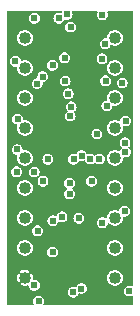
<source format=gbr>
%TF.GenerationSoftware,KiCad,Pcbnew,7.0.7*%
%TF.CreationDate,2024-02-15T01:29:39-05:00*%
%TF.ProjectId,3374_VCO,33333734-5f56-4434-9f2e-6b696361645f,0*%
%TF.SameCoordinates,PX640ad70PY37b6b20*%
%TF.FileFunction,Copper,L2,Inr*%
%TF.FilePolarity,Positive*%
%FSLAX46Y46*%
G04 Gerber Fmt 4.6, Leading zero omitted, Abs format (unit mm)*
G04 Created by KiCad (PCBNEW 7.0.7) date 2024-02-15 01:29:39*
%MOMM*%
%LPD*%
G01*
G04 APERTURE LIST*
%TA.AperFunction,ComponentPad*%
%ADD10C,1.016000*%
%TD*%
%TA.AperFunction,FiducialPad,Local*%
%ADD11C,1.016000*%
%TD*%
%TA.AperFunction,ViaPad*%
%ADD12C,0.604800*%
%TD*%
G04 APERTURE END LIST*
D10*
%TO.N,-5V*%
%TO.C,J2*%
X1778000Y22860000D03*
%TO.N,SAWTOOTH_A*%
X1778000Y20320000D03*
%TO.N,SYNC_A*%
X1778000Y17780000D03*
%TO.N,VTH_A*%
X1778000Y15240000D03*
%TO.N,TRIANGLE_A*%
X1778000Y12700000D03*
%TO.N,CF_A*%
X1778000Y10160000D03*
D11*
%TO.N,CV_A*%
X1778000Y7620000D03*
D10*
%TO.N,IREF_A*%
X1778000Y5080000D03*
%TO.N,GND*%
X1778000Y2540000D03*
%TD*%
%TO.N,+12V*%
%TO.C,J1*%
X9398000Y22860000D03*
%TO.N,SAWTOOTH_B*%
X9398000Y20320000D03*
%TO.N,unconnected-(J1-Pin_3-Pad3)*%
X9398000Y17780000D03*
%TO.N,VTH_B*%
X9398000Y15240000D03*
%TO.N,TRIANGLE_B*%
X9398000Y12700000D03*
%TO.N,CF_B*%
X9398000Y10160000D03*
%TO.N,CV_B*%
X9398000Y7620000D03*
%TO.N,IREF_B*%
X9398000Y5080000D03*
%TO.N,VTC*%
X9398000Y2540000D03*
%TD*%
D12*
%TO.N,+12V*%
X5613194Y16237387D03*
X1115200Y13411200D03*
X3311560Y10714202D03*
X4923700Y7719600D03*
X10248474Y13990074D03*
X7422723Y10724877D03*
%TO.N,GND*%
X10293200Y14745876D03*
X1115200Y14484600D03*
X3350430Y7399600D03*
X1748720Y18796123D03*
X4218000Y1409600D03*
X10273443Y23837043D03*
X10304347Y16803287D03*
X10007600Y584200D03*
X10187998Y11939600D03*
X886600Y24260702D03*
X6353796Y24844996D03*
X965212Y22301200D03*
X10151962Y3137969D03*
X5882492Y15429600D03*
X4411340Y14927961D03*
X5423146Y22968932D03*
X10157600Y6208800D03*
X1161523Y17041094D03*
X5977733Y21830233D03*
X7328000Y1399600D03*
X10010000Y21540000D03*
%TO.N,-5V*%
X8572351Y22365703D03*
X4148778Y7388902D03*
X4118500Y4730298D03*
X5440793Y18143626D03*
%TO.N,+5V*%
X10298000Y15827404D03*
X8304228Y21094527D03*
X2585572Y24513400D03*
X5359400Y24841200D03*
X1161500Y15989353D03*
X10617200Y1422400D03*
%TO.N,Net-(Q10A-E1)*%
X8078000Y12599600D03*
%TO.N,SAWTOOTH_A*%
X2815796Y18996800D03*
%TO.N,SYNC_A*%
X2849008Y6521558D03*
%TO.N,TRIANGLE_A*%
X5183317Y19203823D03*
X965200Y20878800D03*
%TO.N,Net-(Q15A-C1)*%
X2933698Y584200D03*
X5894747Y12594755D03*
X2565400Y11506200D03*
%TO.N,TRIANGLE_B*%
X10007600Y19047600D03*
X4114800Y20534400D03*
%TO.N,Net-(C9-Pad2)*%
X6589631Y12895574D03*
X1070300Y11526249D03*
%TO.N,Net-(Q14A-C1)*%
X6558355Y1641714D03*
X10210800Y8178800D03*
%TO.N,Net-(C18-Pad2)*%
X10278000Y13189596D03*
%TO.N,Net-(Q14A-E1)*%
X8331200Y7224800D03*
%TO.N,Net-(Q15B-C2)*%
X5858743Y1328857D03*
%TO.N,Net-(Q15A-E1)*%
X2585629Y1904836D03*
%TO.N,Net-(R4-Pad1)*%
X5136000Y21170070D03*
%TO.N,Net-(U6D--)*%
X8607941Y19224066D03*
%TO.N,Net-(D1A-K)*%
X7873994Y14713000D03*
X5560200Y10553897D03*
X7311075Y12604986D03*
%TO.N,Net-(R5-Pad2)*%
X4657904Y24516258D03*
%TO.N,Net-(U6D-+)*%
X8716784Y17092322D03*
%TO.N,Net-(D1B-K)*%
X5567992Y9669600D03*
X5691644Y17041638D03*
X6350000Y7580400D03*
%TO.N,Net-(D1A-A)*%
X3710061Y12594200D03*
%TO.N,Net-(U5B--)*%
X3288391Y19587923D03*
%TO.N,Net-(U6C-+)*%
X8338335Y24835281D03*
%TO.N,Net-(U5A--)*%
X5638798Y23774400D03*
%TD*%
%TA.AperFunction,Conductor*%
%TO.N,GND*%
G36*
X4929391Y25128407D02*
G01*
X4955111Y25083858D01*
X4949457Y25039563D01*
X4922409Y24980334D01*
X4886325Y24943674D01*
X4835118Y24938784D01*
X4832819Y24939420D01*
X4723368Y24971558D01*
X4723366Y24971558D01*
X4592442Y24971558D01*
X4592439Y24971558D01*
X4466820Y24934673D01*
X4356683Y24863892D01*
X4270944Y24764946D01*
X4270941Y24764941D01*
X4216556Y24645856D01*
X4216556Y24645854D01*
X4216555Y24645852D01*
X4216555Y24645850D01*
X4208035Y24586594D01*
X4197922Y24516258D01*
X4216555Y24386666D01*
X4216556Y24386661D01*
X4270941Y24267576D01*
X4270944Y24267571D01*
X4273419Y24264715D01*
X4356680Y24168627D01*
X4356682Y24168626D01*
X4356683Y24168625D01*
X4466820Y24097844D01*
X4556186Y24071604D01*
X4592442Y24060958D01*
X4592445Y24060958D01*
X4723363Y24060958D01*
X4723366Y24060958D01*
X4848987Y24097844D01*
X4959128Y24168627D01*
X5044865Y24267573D01*
X5094896Y24377127D01*
X5130978Y24413785D01*
X5182185Y24418675D01*
X5184445Y24418051D01*
X5293938Y24385900D01*
X5293941Y24385900D01*
X5424859Y24385900D01*
X5424862Y24385900D01*
X5550483Y24422786D01*
X5660624Y24493569D01*
X5746361Y24592515D01*
X5800749Y24711608D01*
X5819382Y24841200D01*
X5800749Y24970792D01*
X5800747Y24970797D01*
X5800747Y24970798D01*
X5769344Y25039561D01*
X5765267Y25090839D01*
X5795105Y25132740D01*
X5837748Y25146000D01*
X7862690Y25146000D01*
X7911028Y25128407D01*
X7936748Y25083858D01*
X7931094Y25039561D01*
X7896987Y24964879D01*
X7896987Y24964877D01*
X7896986Y24964875D01*
X7896986Y24964873D01*
X7878353Y24835281D01*
X7896986Y24705689D01*
X7896986Y24705688D01*
X7896987Y24705686D01*
X7896987Y24705684D01*
X7951372Y24586599D01*
X7951375Y24586594D01*
X7982798Y24550330D01*
X8037111Y24487650D01*
X8037113Y24487649D01*
X8037114Y24487648D01*
X8147251Y24416867D01*
X8236617Y24390627D01*
X8272873Y24379981D01*
X8272876Y24379981D01*
X8403794Y24379981D01*
X8403797Y24379981D01*
X8529418Y24416867D01*
X8639559Y24487650D01*
X8725296Y24586596D01*
X8779684Y24705689D01*
X8798317Y24835281D01*
X8779684Y24964873D01*
X8779682Y24964878D01*
X8779682Y24964879D01*
X8745576Y25039561D01*
X8741499Y25090839D01*
X8771337Y25132740D01*
X8813980Y25146000D01*
X10846800Y25146000D01*
X10895138Y25128407D01*
X10920858Y25083858D01*
X10922000Y25070800D01*
X10922000Y1905452D01*
X10904407Y1857114D01*
X10859858Y1831394D01*
X10813615Y1839549D01*
X10813174Y1838581D01*
X10809446Y1840284D01*
X10809200Y1840327D01*
X10808748Y1840603D01*
X10808285Y1840814D01*
X10682664Y1877700D01*
X10682662Y1877700D01*
X10551738Y1877700D01*
X10551735Y1877700D01*
X10426116Y1840815D01*
X10315979Y1770034D01*
X10230240Y1671088D01*
X10230237Y1671083D01*
X10175852Y1551998D01*
X10175852Y1551996D01*
X10175851Y1551994D01*
X10175851Y1551992D01*
X10157218Y1422400D01*
X10175851Y1292808D01*
X10175851Y1292807D01*
X10175852Y1292805D01*
X10175852Y1292803D01*
X10230237Y1173718D01*
X10230240Y1173713D01*
X10261663Y1137449D01*
X10315976Y1074769D01*
X10315978Y1074768D01*
X10315979Y1074767D01*
X10426116Y1003986D01*
X10515482Y977746D01*
X10551738Y967100D01*
X10551741Y967100D01*
X10682659Y967100D01*
X10682662Y967100D01*
X10808283Y1003986D01*
X10808283Y1003987D01*
X10813174Y1006219D01*
X10814010Y1004387D01*
X10856314Y1013945D01*
X10902037Y990377D01*
X10921915Y942933D01*
X10922000Y939349D01*
X10922000Y329200D01*
X10904407Y280862D01*
X10859858Y255142D01*
X10846800Y254000D01*
X3400446Y254000D01*
X3352108Y271593D01*
X3326388Y316142D01*
X3332042Y360439D01*
X3375045Y454603D01*
X3375045Y454604D01*
X3375047Y454608D01*
X3393680Y584200D01*
X3375047Y713792D01*
X3375045Y713797D01*
X3375045Y713798D01*
X3320660Y832883D01*
X3320657Y832888D01*
X3294956Y862548D01*
X3234922Y931831D01*
X3234918Y931834D01*
X3124781Y1002615D01*
X2999162Y1039500D01*
X2999160Y1039500D01*
X2868236Y1039500D01*
X2868233Y1039500D01*
X2742614Y1002615D01*
X2632477Y931834D01*
X2546738Y832888D01*
X2546735Y832883D01*
X2492350Y713798D01*
X2492350Y713796D01*
X2492349Y713794D01*
X2492349Y713792D01*
X2473716Y584200D01*
X2492349Y454608D01*
X2492349Y454607D01*
X2492350Y454605D01*
X2492350Y454603D01*
X2535354Y360439D01*
X2539431Y309161D01*
X2509593Y267260D01*
X2466950Y254000D01*
X329200Y254000D01*
X280862Y271593D01*
X255142Y316142D01*
X254000Y329200D01*
X254000Y1328857D01*
X5398761Y1328857D01*
X5417394Y1199265D01*
X5417394Y1199264D01*
X5417395Y1199262D01*
X5417395Y1199260D01*
X5471780Y1080175D01*
X5471783Y1080170D01*
X5476465Y1074767D01*
X5557519Y981226D01*
X5557521Y981225D01*
X5557522Y981224D01*
X5667659Y910443D01*
X5757025Y884203D01*
X5793281Y873557D01*
X5793284Y873557D01*
X5924202Y873557D01*
X5924205Y873557D01*
X6049826Y910443D01*
X6159967Y981226D01*
X6245704Y1080172D01*
X6290645Y1178580D01*
X6326728Y1215240D01*
X6377935Y1220130D01*
X6380200Y1219504D01*
X6492893Y1186414D01*
X6492896Y1186414D01*
X6623814Y1186414D01*
X6623817Y1186414D01*
X6749438Y1223300D01*
X6859579Y1294083D01*
X6945316Y1393029D01*
X6999704Y1512122D01*
X7018337Y1641714D01*
X6999704Y1771306D01*
X6999702Y1771311D01*
X6999702Y1771312D01*
X6945317Y1890397D01*
X6945314Y1890402D01*
X6918767Y1921038D01*
X6859579Y1989345D01*
X6859575Y1989348D01*
X6749438Y2060129D01*
X6623819Y2097014D01*
X6623817Y2097014D01*
X6492893Y2097014D01*
X6492890Y2097014D01*
X6367271Y2060129D01*
X6257134Y1989348D01*
X6257131Y1989346D01*
X6257131Y1989345D01*
X6254414Y1986209D01*
X6171395Y1890402D01*
X6171392Y1890397D01*
X6126453Y1791993D01*
X6090370Y1755332D01*
X6039163Y1750442D01*
X6036863Y1751078D01*
X5924207Y1784157D01*
X5924205Y1784157D01*
X5793281Y1784157D01*
X5793278Y1784157D01*
X5667659Y1747272D01*
X5557522Y1676491D01*
X5557519Y1676489D01*
X5557519Y1676488D01*
X5552836Y1671083D01*
X5471783Y1577545D01*
X5471780Y1577540D01*
X5417395Y1458455D01*
X5417395Y1458453D01*
X5417394Y1458451D01*
X5417394Y1458449D01*
X5398761Y1328857D01*
X254000Y1328857D01*
X254000Y2540000D01*
X1105094Y2540000D01*
X1124647Y2378961D01*
X1182169Y2227288D01*
X1182174Y2227280D01*
X1240033Y2143456D01*
X1430081Y2333504D01*
X1476702Y2355244D01*
X1526389Y2341930D01*
X1540858Y2328672D01*
X1570767Y2293029D01*
X1570768Y2293029D01*
X1572867Y2290527D01*
X1590460Y2242189D01*
X1572866Y2193851D01*
X1568434Y2189015D01*
X1379776Y2000358D01*
X1379777Y2000357D01*
X1395743Y1986212D01*
X1395747Y1986209D01*
X1539381Y1910824D01*
X1539382Y1910823D01*
X1696893Y1872000D01*
X1859107Y1872000D01*
X2016618Y1910824D01*
X2022959Y1914151D01*
X2073936Y1921038D01*
X2117413Y1893546D01*
X2132342Y1858270D01*
X2135034Y1839549D01*
X2144280Y1775241D01*
X2144281Y1775239D01*
X2198666Y1656154D01*
X2198669Y1656149D01*
X2230092Y1619886D01*
X2284405Y1557205D01*
X2284407Y1557204D01*
X2284408Y1557203D01*
X2394545Y1486422D01*
X2483911Y1460182D01*
X2520167Y1449536D01*
X2520170Y1449536D01*
X2651088Y1449536D01*
X2651091Y1449536D01*
X2776712Y1486422D01*
X2886853Y1557205D01*
X2972590Y1656151D01*
X3015942Y1751078D01*
X3026976Y1775239D01*
X3026976Y1775240D01*
X3026978Y1775244D01*
X3045611Y1904836D01*
X3026978Y2034428D01*
X3026976Y2034433D01*
X3026976Y2034434D01*
X2972591Y2153519D01*
X2972588Y2153524D01*
X2912819Y2222500D01*
X2886853Y2252467D01*
X2886849Y2252470D01*
X2776712Y2323251D01*
X2651093Y2360136D01*
X2651091Y2360136D01*
X2520167Y2360136D01*
X2514789Y2360136D01*
X2514789Y2362823D01*
X2474219Y2371357D01*
X2442464Y2411825D01*
X2439282Y2444279D01*
X2450905Y2540000D01*
X8732246Y2540000D01*
X8751592Y2380675D01*
X8751592Y2380673D01*
X8751593Y2380672D01*
X8808502Y2230612D01*
X8808507Y2230604D01*
X8899672Y2098528D01*
X8899674Y2098526D01*
X8899676Y2098523D01*
X8899679Y2098521D01*
X8899684Y2098515D01*
X9019805Y1992098D01*
X9019807Y1992097D01*
X9019809Y1992095D01*
X9161920Y1917509D01*
X9317752Y1879100D01*
X9317754Y1879100D01*
X9478246Y1879100D01*
X9478248Y1879100D01*
X9634080Y1917509D01*
X9776191Y1992095D01*
X9896324Y2098523D01*
X9987496Y2230609D01*
X10044408Y2380675D01*
X10063754Y2540000D01*
X10044408Y2699325D01*
X9987496Y2849391D01*
X9987492Y2849397D01*
X9896327Y2981473D01*
X9896326Y2981475D01*
X9896324Y2981477D01*
X9896320Y2981481D01*
X9896315Y2981486D01*
X9776194Y3087903D01*
X9776188Y3087907D01*
X9634083Y3162490D01*
X9634081Y3162491D01*
X9582135Y3175294D01*
X9478248Y3200900D01*
X9317752Y3200900D01*
X9239836Y3181696D01*
X9161918Y3162491D01*
X9161916Y3162490D01*
X9019811Y3087907D01*
X9019805Y3087903D01*
X8899684Y2981486D01*
X8899672Y2981473D01*
X8808507Y2849397D01*
X8808502Y2849389D01*
X8751593Y2699329D01*
X8751592Y2699327D01*
X8751592Y2699325D01*
X8732246Y2540000D01*
X2450905Y2540000D01*
X2450905Y2540001D01*
X2431352Y2701040D01*
X2373830Y2852711D01*
X2373828Y2852716D01*
X2315964Y2936546D01*
X2125916Y2746497D01*
X2079296Y2724758D01*
X2029609Y2738072D01*
X2015140Y2751329D01*
X1985233Y2786971D01*
X1985231Y2786973D01*
X1983131Y2789475D01*
X1965538Y2837813D01*
X1983132Y2886151D01*
X1987564Y2890988D01*
X2176221Y3079645D01*
X2160256Y3093789D01*
X2160252Y3093792D01*
X2016618Y3169177D01*
X2016617Y3169178D01*
X1859107Y3208000D01*
X1696893Y3208000D01*
X1539382Y3169178D01*
X1539381Y3169177D01*
X1395744Y3093791D01*
X1379777Y3079645D01*
X1379777Y3079643D01*
X1568434Y2890986D01*
X1590174Y2844366D01*
X1576860Y2794679D01*
X1572867Y2789474D01*
X1540863Y2751333D01*
X1496314Y2725613D01*
X1445656Y2734546D01*
X1430081Y2746497D01*
X1240033Y2936545D01*
X1182172Y2852719D01*
X1182171Y2852717D01*
X1124647Y2701040D01*
X1105094Y2540000D01*
X254000Y2540000D01*
X254000Y5080000D01*
X1112246Y5080000D01*
X1131592Y4920675D01*
X1131592Y4920673D01*
X1131593Y4920672D01*
X1188502Y4770612D01*
X1188507Y4770604D01*
X1279672Y4638528D01*
X1279674Y4638526D01*
X1279676Y4638523D01*
X1279679Y4638521D01*
X1279684Y4638515D01*
X1399805Y4532098D01*
X1399807Y4532097D01*
X1399809Y4532095D01*
X1541920Y4457509D01*
X1697752Y4419100D01*
X1697754Y4419100D01*
X1858246Y4419100D01*
X1858248Y4419100D01*
X2014080Y4457509D01*
X2156191Y4532095D01*
X2276324Y4638523D01*
X2339671Y4730298D01*
X3658518Y4730298D01*
X3677151Y4600706D01*
X3677151Y4600705D01*
X3677152Y4600703D01*
X3677152Y4600701D01*
X3731537Y4481616D01*
X3731540Y4481611D01*
X3752423Y4457511D01*
X3817276Y4382667D01*
X3817278Y4382666D01*
X3817279Y4382665D01*
X3927416Y4311884D01*
X4016782Y4285644D01*
X4053038Y4274998D01*
X4053041Y4274998D01*
X4183959Y4274998D01*
X4183962Y4274998D01*
X4309583Y4311884D01*
X4419724Y4382667D01*
X4505461Y4481613D01*
X4559849Y4600706D01*
X4578482Y4730298D01*
X4559849Y4859890D01*
X4559847Y4859895D01*
X4559847Y4859896D01*
X4505462Y4978981D01*
X4505459Y4978986D01*
X4479758Y5008646D01*
X4419724Y5077929D01*
X4419720Y5077932D01*
X4416502Y5080000D01*
X8732246Y5080000D01*
X8751592Y4920675D01*
X8751592Y4920673D01*
X8751593Y4920672D01*
X8808502Y4770612D01*
X8808507Y4770604D01*
X8899672Y4638528D01*
X8899674Y4638526D01*
X8899676Y4638523D01*
X8899679Y4638521D01*
X8899684Y4638515D01*
X9019805Y4532098D01*
X9019807Y4532097D01*
X9019809Y4532095D01*
X9161920Y4457509D01*
X9317752Y4419100D01*
X9317754Y4419100D01*
X9478246Y4419100D01*
X9478248Y4419100D01*
X9634080Y4457509D01*
X9776191Y4532095D01*
X9896324Y4638523D01*
X9987496Y4770609D01*
X10044408Y4920675D01*
X10063754Y5080000D01*
X10044408Y5239325D01*
X9987496Y5389391D01*
X9896324Y5521477D01*
X9896320Y5521481D01*
X9896315Y5521486D01*
X9776194Y5627903D01*
X9776188Y5627907D01*
X9634083Y5702490D01*
X9634081Y5702491D01*
X9582135Y5715294D01*
X9478248Y5740900D01*
X9317752Y5740900D01*
X9239836Y5721696D01*
X9161918Y5702491D01*
X9161916Y5702490D01*
X9019811Y5627907D01*
X9019805Y5627903D01*
X8899684Y5521486D01*
X8899672Y5521473D01*
X8808507Y5389397D01*
X8808502Y5389389D01*
X8751593Y5239329D01*
X8751592Y5239327D01*
X8751592Y5239325D01*
X8732246Y5080000D01*
X4416502Y5080000D01*
X4309583Y5148713D01*
X4183964Y5185598D01*
X4183962Y5185598D01*
X4053038Y5185598D01*
X4053035Y5185598D01*
X3927416Y5148713D01*
X3817279Y5077932D01*
X3731540Y4978986D01*
X3731537Y4978981D01*
X3677152Y4859896D01*
X3677152Y4859894D01*
X3677151Y4859892D01*
X3677151Y4859890D01*
X3658518Y4730298D01*
X2339671Y4730298D01*
X2367496Y4770609D01*
X2424408Y4920675D01*
X2443754Y5080000D01*
X2424408Y5239325D01*
X2367496Y5389391D01*
X2276324Y5521477D01*
X2276320Y5521481D01*
X2276315Y5521486D01*
X2156194Y5627903D01*
X2156188Y5627907D01*
X2014083Y5702490D01*
X2014081Y5702491D01*
X1962136Y5715294D01*
X1858248Y5740900D01*
X1697752Y5740900D01*
X1619835Y5721696D01*
X1541918Y5702491D01*
X1541916Y5702490D01*
X1399811Y5627907D01*
X1399805Y5627903D01*
X1279684Y5521486D01*
X1279672Y5521473D01*
X1188507Y5389397D01*
X1188502Y5389389D01*
X1131593Y5239329D01*
X1131592Y5239327D01*
X1131592Y5239325D01*
X1112246Y5080000D01*
X254000Y5080000D01*
X254000Y6521558D01*
X2389026Y6521558D01*
X2407659Y6391966D01*
X2407659Y6391965D01*
X2407660Y6391963D01*
X2407660Y6391961D01*
X2462045Y6272876D01*
X2462048Y6272871D01*
X2493471Y6236608D01*
X2547784Y6173927D01*
X2547786Y6173926D01*
X2547787Y6173925D01*
X2657924Y6103144D01*
X2747290Y6076904D01*
X2783546Y6066258D01*
X2783549Y6066258D01*
X2914467Y6066258D01*
X2914470Y6066258D01*
X3040091Y6103144D01*
X3150232Y6173927D01*
X3235969Y6272873D01*
X3290357Y6391966D01*
X3308990Y6521558D01*
X3290357Y6651150D01*
X3290355Y6651155D01*
X3290355Y6651156D01*
X3235970Y6770241D01*
X3235967Y6770246D01*
X3204651Y6806386D01*
X3150232Y6869189D01*
X3150228Y6869192D01*
X3040091Y6939973D01*
X2914472Y6976858D01*
X2914470Y6976858D01*
X2783546Y6976858D01*
X2783543Y6976858D01*
X2657924Y6939973D01*
X2547787Y6869192D01*
X2462048Y6770246D01*
X2462045Y6770241D01*
X2407660Y6651156D01*
X2407660Y6651154D01*
X2407659Y6651152D01*
X2407659Y6651150D01*
X2389026Y6521558D01*
X254000Y6521558D01*
X254000Y7620000D01*
X1112246Y7620000D01*
X1131592Y7460675D01*
X1131592Y7460673D01*
X1131593Y7460672D01*
X1188502Y7310612D01*
X1188507Y7310604D01*
X1279672Y7178528D01*
X1279674Y7178526D01*
X1279676Y7178523D01*
X1279679Y7178521D01*
X1279684Y7178515D01*
X1399805Y7072098D01*
X1399807Y7072097D01*
X1399809Y7072095D01*
X1541920Y6997509D01*
X1697752Y6959100D01*
X1697754Y6959100D01*
X1858246Y6959100D01*
X1858248Y6959100D01*
X2014080Y6997509D01*
X2156191Y7072095D01*
X2276324Y7178523D01*
X2367496Y7310609D01*
X2397188Y7388902D01*
X3688796Y7388902D01*
X3707429Y7259310D01*
X3707429Y7259309D01*
X3707430Y7259307D01*
X3707430Y7259305D01*
X3761815Y7140220D01*
X3761818Y7140215D01*
X3793241Y7103952D01*
X3847554Y7041271D01*
X3847556Y7041270D01*
X3847557Y7041269D01*
X3957694Y6970488D01*
X4047060Y6944248D01*
X4083316Y6933602D01*
X4083319Y6933602D01*
X4214237Y6933602D01*
X4214240Y6933602D01*
X4339861Y6970488D01*
X4450002Y7041271D01*
X4535739Y7140217D01*
X4590127Y7259310D01*
X4591037Y7265646D01*
X4615327Y7310987D01*
X4663080Y7330109D01*
X4706128Y7318209D01*
X4732616Y7301186D01*
X4821982Y7274946D01*
X4858238Y7264300D01*
X4858241Y7264300D01*
X4989159Y7264300D01*
X4989162Y7264300D01*
X5114783Y7301186D01*
X5224924Y7371969D01*
X5310661Y7470915D01*
X5360661Y7580400D01*
X5890018Y7580400D01*
X5908651Y7450808D01*
X5908651Y7450807D01*
X5908652Y7450805D01*
X5908652Y7450803D01*
X5963037Y7331718D01*
X5963040Y7331713D01*
X5989492Y7301186D01*
X6048776Y7232769D01*
X6048778Y7232768D01*
X6048779Y7232767D01*
X6158916Y7161986D01*
X6248282Y7135746D01*
X6284538Y7125100D01*
X6284541Y7125100D01*
X6415459Y7125100D01*
X6415462Y7125100D01*
X6541083Y7161986D01*
X6638824Y7224800D01*
X7871218Y7224800D01*
X7889851Y7095208D01*
X7889851Y7095207D01*
X7889852Y7095205D01*
X7889852Y7095203D01*
X7944237Y6976118D01*
X7944240Y6976113D01*
X7975556Y6939973D01*
X8029976Y6877169D01*
X8029978Y6877168D01*
X8029979Y6877167D01*
X8140116Y6806386D01*
X8229482Y6780146D01*
X8265738Y6769500D01*
X8265741Y6769500D01*
X8396659Y6769500D01*
X8396662Y6769500D01*
X8522283Y6806386D01*
X8632424Y6877169D01*
X8718161Y6976115D01*
X8772549Y7095208D01*
X8777680Y7130896D01*
X8801973Y7176235D01*
X8849727Y7195354D01*
X8898599Y7179304D01*
X8901980Y7176480D01*
X9019805Y7072098D01*
X9019807Y7072097D01*
X9019809Y7072095D01*
X9161920Y6997509D01*
X9317752Y6959100D01*
X9317754Y6959100D01*
X9478246Y6959100D01*
X9478248Y6959100D01*
X9634080Y6997509D01*
X9776191Y7072095D01*
X9896324Y7178523D01*
X9987496Y7310609D01*
X10044408Y7460675D01*
X10063754Y7620000D01*
X10061349Y7639804D01*
X10072986Y7689909D01*
X10114108Y7720813D01*
X10139960Y7722788D01*
X10139960Y7723500D01*
X10276259Y7723500D01*
X10276262Y7723500D01*
X10401883Y7760386D01*
X10512024Y7831169D01*
X10597761Y7930115D01*
X10652149Y8049208D01*
X10670782Y8178800D01*
X10652149Y8308392D01*
X10652147Y8308397D01*
X10652147Y8308398D01*
X10597762Y8427483D01*
X10597759Y8427488D01*
X10572058Y8457148D01*
X10512024Y8526431D01*
X10512020Y8526434D01*
X10401883Y8597215D01*
X10276264Y8634100D01*
X10276262Y8634100D01*
X10145338Y8634100D01*
X10145335Y8634100D01*
X10019716Y8597215D01*
X9909579Y8526434D01*
X9823840Y8427488D01*
X9823837Y8427483D01*
X9769452Y8308398D01*
X9769450Y8308390D01*
X9766287Y8286393D01*
X9741992Y8241052D01*
X9694237Y8221935D01*
X9656906Y8230511D01*
X9634080Y8242491D01*
X9478248Y8280900D01*
X9317752Y8280900D01*
X9239836Y8261696D01*
X9161918Y8242491D01*
X9161916Y8242490D01*
X9019811Y8167907D01*
X9019805Y8167903D01*
X8899684Y8061486D01*
X8899672Y8061473D01*
X8808507Y7929397D01*
X8808502Y7929389D01*
X8751593Y7779329D01*
X8751592Y7779327D01*
X8751592Y7779325D01*
X8744727Y7722788D01*
X8734113Y7635381D01*
X8710820Y7589516D01*
X8663497Y7569354D01*
X8618805Y7581184D01*
X8522283Y7643215D01*
X8396664Y7680100D01*
X8396662Y7680100D01*
X8265738Y7680100D01*
X8265735Y7680100D01*
X8140116Y7643215D01*
X8029979Y7572434D01*
X7944240Y7473488D01*
X7944237Y7473483D01*
X7889852Y7354398D01*
X7889852Y7354396D01*
X7889851Y7354394D01*
X7889851Y7354392D01*
X7871218Y7224800D01*
X6638824Y7224800D01*
X6651224Y7232769D01*
X6736961Y7331715D01*
X6791349Y7450808D01*
X6809982Y7580400D01*
X6791349Y7709992D01*
X6791347Y7709997D01*
X6791347Y7709998D01*
X6736962Y7829083D01*
X6736959Y7829088D01*
X6711258Y7858748D01*
X6651224Y7928031D01*
X6651220Y7928034D01*
X6541083Y7998815D01*
X6415464Y8035700D01*
X6415462Y8035700D01*
X6284538Y8035700D01*
X6284535Y8035700D01*
X6158916Y7998815D01*
X6048779Y7928034D01*
X5963040Y7829088D01*
X5963037Y7829083D01*
X5908652Y7709998D01*
X5908652Y7709996D01*
X5908651Y7709994D01*
X5908651Y7709992D01*
X5890018Y7580400D01*
X5360661Y7580400D01*
X5361019Y7581184D01*
X5365047Y7590003D01*
X5365047Y7590004D01*
X5365049Y7590008D01*
X5383682Y7719600D01*
X5365049Y7849192D01*
X5365047Y7849197D01*
X5365047Y7849198D01*
X5310662Y7968283D01*
X5310659Y7968288D01*
X5284207Y7998815D01*
X5224924Y8067231D01*
X5224920Y8067234D01*
X5114783Y8138015D01*
X4989164Y8174900D01*
X4989162Y8174900D01*
X4858238Y8174900D01*
X4858235Y8174900D01*
X4732616Y8138015D01*
X4622479Y8067234D01*
X4536740Y7968288D01*
X4536737Y7968283D01*
X4482352Y7849198D01*
X4482350Y7849191D01*
X4481439Y7842852D01*
X4457145Y7797511D01*
X4409389Y7778394D01*
X4366349Y7790294D01*
X4339861Y7807317D01*
X4214242Y7844202D01*
X4214240Y7844202D01*
X4083316Y7844202D01*
X4083313Y7844202D01*
X3957694Y7807317D01*
X3847557Y7736536D01*
X3761818Y7637590D01*
X3761815Y7637585D01*
X3707430Y7518500D01*
X3707430Y7518498D01*
X3707429Y7518496D01*
X3707429Y7518494D01*
X3688796Y7388902D01*
X2397188Y7388902D01*
X2424408Y7460675D01*
X2443754Y7620000D01*
X2424408Y7779325D01*
X2367496Y7929391D01*
X2340650Y7968285D01*
X2276327Y8061473D01*
X2276326Y8061475D01*
X2276324Y8061477D01*
X2276320Y8061481D01*
X2276315Y8061486D01*
X2156194Y8167903D01*
X2156188Y8167907D01*
X2014083Y8242490D01*
X2014081Y8242491D01*
X1962136Y8255294D01*
X1858248Y8280900D01*
X1697752Y8280900D01*
X1619835Y8261696D01*
X1541918Y8242491D01*
X1541916Y8242490D01*
X1399811Y8167907D01*
X1399805Y8167903D01*
X1279684Y8061486D01*
X1279672Y8061473D01*
X1188507Y7929397D01*
X1188502Y7929389D01*
X1131593Y7779329D01*
X1131592Y7779327D01*
X1131592Y7779325D01*
X1112246Y7620000D01*
X254000Y7620000D01*
X254000Y10160000D01*
X1112246Y10160000D01*
X1131592Y10000675D01*
X1131592Y10000673D01*
X1131593Y10000672D01*
X1188502Y9850612D01*
X1188507Y9850604D01*
X1279672Y9718528D01*
X1279674Y9718526D01*
X1279676Y9718523D01*
X1279679Y9718521D01*
X1279684Y9718515D01*
X1399805Y9612098D01*
X1399811Y9612094D01*
X1537158Y9540008D01*
X1541920Y9537509D01*
X1697752Y9499100D01*
X1697754Y9499100D01*
X1858246Y9499100D01*
X1858248Y9499100D01*
X2014080Y9537509D01*
X2156191Y9612095D01*
X2276324Y9718523D01*
X2367496Y9850609D01*
X2424408Y10000675D01*
X2443754Y10160000D01*
X2424408Y10319325D01*
X2367496Y10469391D01*
X2287970Y10584605D01*
X2276327Y10601473D01*
X2276326Y10601475D01*
X2276324Y10601477D01*
X2276320Y10601481D01*
X2276315Y10601486D01*
X2156194Y10707903D01*
X2156188Y10707907D01*
X2144194Y10714202D01*
X2851578Y10714202D01*
X2870211Y10584610D01*
X2870211Y10584609D01*
X2870212Y10584607D01*
X2870212Y10584605D01*
X2924597Y10465520D01*
X2924600Y10465515D01*
X2956023Y10429251D01*
X3010336Y10366571D01*
X3010338Y10366570D01*
X3010339Y10366569D01*
X3120476Y10295788D01*
X3209739Y10269578D01*
X3246098Y10258902D01*
X3246101Y10258902D01*
X3377019Y10258902D01*
X3377022Y10258902D01*
X3502643Y10295788D01*
X3612784Y10366571D01*
X3698521Y10465517D01*
X3738883Y10553897D01*
X5100218Y10553897D01*
X5118851Y10424305D01*
X5118851Y10424304D01*
X5118852Y10424302D01*
X5118852Y10424300D01*
X5173237Y10305215D01*
X5173240Y10305210D01*
X5204116Y10269578D01*
X5258976Y10206266D01*
X5258978Y10206265D01*
X5258979Y10206264D01*
X5311505Y10172507D01*
X5342658Y10131574D01*
X5340210Y10080192D01*
X5311505Y10045983D01*
X5266771Y10017235D01*
X5181032Y9918288D01*
X5181029Y9918283D01*
X5126644Y9799198D01*
X5126644Y9799196D01*
X5126643Y9799194D01*
X5126643Y9799192D01*
X5108010Y9669600D01*
X5126643Y9540008D01*
X5126643Y9540007D01*
X5126644Y9540005D01*
X5126644Y9540003D01*
X5181029Y9420918D01*
X5181032Y9420913D01*
X5212455Y9384649D01*
X5266768Y9321969D01*
X5266770Y9321968D01*
X5266771Y9321967D01*
X5376908Y9251186D01*
X5466274Y9224946D01*
X5502530Y9214300D01*
X5502533Y9214300D01*
X5633451Y9214300D01*
X5633454Y9214300D01*
X5759075Y9251186D01*
X5869216Y9321969D01*
X5954953Y9420915D01*
X6009341Y9540008D01*
X6027974Y9669600D01*
X6009341Y9799192D01*
X6009339Y9799197D01*
X6009339Y9799198D01*
X5954954Y9918283D01*
X5954951Y9918288D01*
X5883564Y10000672D01*
X5869216Y10017231D01*
X5869214Y10017232D01*
X5869212Y10017235D01*
X5816686Y10050991D01*
X5785533Y10091925D01*
X5787981Y10143306D01*
X5801989Y10160000D01*
X8732246Y10160000D01*
X8751592Y10000675D01*
X8751592Y10000673D01*
X8751593Y10000672D01*
X8808502Y9850612D01*
X8808507Y9850604D01*
X8899672Y9718528D01*
X8899674Y9718526D01*
X8899676Y9718523D01*
X8899679Y9718521D01*
X8899684Y9718515D01*
X9019805Y9612098D01*
X9019811Y9612094D01*
X9157158Y9540008D01*
X9161920Y9537509D01*
X9317752Y9499100D01*
X9317754Y9499100D01*
X9478246Y9499100D01*
X9478248Y9499100D01*
X9634080Y9537509D01*
X9776191Y9612095D01*
X9896324Y9718523D01*
X9987496Y9850609D01*
X10044408Y10000675D01*
X10063754Y10160000D01*
X10044408Y10319325D01*
X9987496Y10469391D01*
X9907970Y10584605D01*
X9896327Y10601473D01*
X9896326Y10601475D01*
X9896324Y10601477D01*
X9896320Y10601481D01*
X9896315Y10601486D01*
X9776194Y10707903D01*
X9776188Y10707907D01*
X9634083Y10782490D01*
X9634081Y10782491D01*
X9552555Y10802585D01*
X9478248Y10820900D01*
X9317752Y10820900D01*
X9243445Y10802585D01*
X9161918Y10782491D01*
X9161916Y10782490D01*
X9019811Y10707907D01*
X9019805Y10707903D01*
X8899684Y10601486D01*
X8899672Y10601473D01*
X8808507Y10469397D01*
X8808502Y10469389D01*
X8751593Y10319329D01*
X8751592Y10319327D01*
X8751592Y10319325D01*
X8732246Y10160000D01*
X5801989Y10160000D01*
X5816685Y10177515D01*
X5861424Y10206266D01*
X5947161Y10305212D01*
X6001549Y10424305D01*
X6020182Y10553897D01*
X6001549Y10683489D01*
X6001547Y10683494D01*
X6001547Y10683495D01*
X5982648Y10724877D01*
X6962741Y10724877D01*
X6981374Y10595285D01*
X6981374Y10595284D01*
X6981375Y10595282D01*
X6981375Y10595280D01*
X7035760Y10476195D01*
X7035763Y10476190D01*
X7067186Y10439927D01*
X7121499Y10377246D01*
X7121501Y10377245D01*
X7121502Y10377244D01*
X7231639Y10306463D01*
X7267995Y10295788D01*
X7357261Y10269577D01*
X7357264Y10269577D01*
X7488182Y10269577D01*
X7488185Y10269577D01*
X7613806Y10306463D01*
X7723947Y10377246D01*
X7809684Y10476192D01*
X7864072Y10595285D01*
X7882705Y10724877D01*
X7864072Y10854469D01*
X7864070Y10854474D01*
X7864070Y10854475D01*
X7809685Y10973560D01*
X7809682Y10973565D01*
X7778806Y11009197D01*
X7723947Y11072508D01*
X7723943Y11072511D01*
X7613806Y11143292D01*
X7488187Y11180177D01*
X7488185Y11180177D01*
X7357261Y11180177D01*
X7357258Y11180177D01*
X7231639Y11143292D01*
X7121502Y11072511D01*
X7035763Y10973565D01*
X7035760Y10973560D01*
X6981375Y10854475D01*
X6981375Y10854473D01*
X6981374Y10854471D01*
X6981374Y10854469D01*
X6962741Y10724877D01*
X5982648Y10724877D01*
X5947162Y10802580D01*
X5947159Y10802585D01*
X5921458Y10832245D01*
X5861424Y10901528D01*
X5861420Y10901531D01*
X5751283Y10972312D01*
X5625664Y11009197D01*
X5625662Y11009197D01*
X5494738Y11009197D01*
X5494735Y11009197D01*
X5369116Y10972312D01*
X5258979Y10901531D01*
X5173240Y10802585D01*
X5173237Y10802580D01*
X5118852Y10683495D01*
X5118852Y10683493D01*
X5118851Y10683491D01*
X5118851Y10683489D01*
X5100218Y10553897D01*
X3738883Y10553897D01*
X3752909Y10584610D01*
X3771542Y10714202D01*
X3752909Y10843794D01*
X3752907Y10843799D01*
X3752907Y10843800D01*
X3698522Y10962885D01*
X3698519Y10962890D01*
X3658393Y11009197D01*
X3612784Y11061833D01*
X3612780Y11061836D01*
X3502643Y11132617D01*
X3377024Y11169502D01*
X3377022Y11169502D01*
X3246098Y11169502D01*
X3246095Y11169502D01*
X3120476Y11132617D01*
X3010339Y11061836D01*
X3010336Y11061834D01*
X3010336Y11061833D01*
X3000863Y11050900D01*
X2924600Y10962890D01*
X2924597Y10962885D01*
X2870212Y10843800D01*
X2870212Y10843798D01*
X2870211Y10843796D01*
X2870211Y10843794D01*
X2851578Y10714202D01*
X2144194Y10714202D01*
X2014083Y10782490D01*
X2014081Y10782491D01*
X1932555Y10802585D01*
X1858248Y10820900D01*
X1697752Y10820900D01*
X1623445Y10802585D01*
X1541918Y10782491D01*
X1541916Y10782490D01*
X1399811Y10707907D01*
X1399805Y10707903D01*
X1279684Y10601486D01*
X1279672Y10601473D01*
X1188507Y10469397D01*
X1188502Y10469389D01*
X1131593Y10319329D01*
X1131592Y10319327D01*
X1131592Y10319325D01*
X1112246Y10160000D01*
X254000Y10160000D01*
X254000Y11526249D01*
X610318Y11526249D01*
X628951Y11396657D01*
X628951Y11396656D01*
X628952Y11396654D01*
X628952Y11396652D01*
X683337Y11277567D01*
X683340Y11277562D01*
X700713Y11257513D01*
X769076Y11178618D01*
X769078Y11178617D01*
X769079Y11178616D01*
X879216Y11107835D01*
X947497Y11087786D01*
X1004838Y11070949D01*
X1004841Y11070949D01*
X1135759Y11070949D01*
X1135762Y11070949D01*
X1261383Y11107835D01*
X1371524Y11178618D01*
X1457261Y11277564D01*
X1511649Y11396657D01*
X1527399Y11506200D01*
X2105418Y11506200D01*
X2124051Y11376608D01*
X2124051Y11376607D01*
X2124052Y11376605D01*
X2124052Y11376603D01*
X2178437Y11257518D01*
X2178440Y11257513D01*
X2209863Y11221249D01*
X2264176Y11158569D01*
X2264178Y11158568D01*
X2264179Y11158567D01*
X2374316Y11087786D01*
X2431658Y11070949D01*
X2499938Y11050900D01*
X2499941Y11050900D01*
X2630859Y11050900D01*
X2630862Y11050900D01*
X2756483Y11087786D01*
X2866624Y11158569D01*
X2952361Y11257515D01*
X3006749Y11376608D01*
X3025382Y11506200D01*
X3006749Y11635792D01*
X3006747Y11635797D01*
X3006747Y11635798D01*
X2952362Y11754883D01*
X2952359Y11754888D01*
X2926658Y11784548D01*
X2866624Y11853831D01*
X2866620Y11853834D01*
X2756483Y11924615D01*
X2630864Y11961500D01*
X2630862Y11961500D01*
X2499938Y11961500D01*
X2499935Y11961500D01*
X2374316Y11924615D01*
X2264179Y11853834D01*
X2178440Y11754888D01*
X2178437Y11754883D01*
X2124052Y11635798D01*
X2124052Y11635796D01*
X2124051Y11635794D01*
X2124051Y11635792D01*
X2105418Y11506200D01*
X1527399Y11506200D01*
X1530282Y11526249D01*
X1511649Y11655841D01*
X1511647Y11655846D01*
X1511647Y11655847D01*
X1457262Y11774932D01*
X1457259Y11774937D01*
X1431558Y11804597D01*
X1371524Y11873880D01*
X1371520Y11873883D01*
X1261383Y11944664D01*
X1135764Y11981549D01*
X1135762Y11981549D01*
X1004838Y11981549D01*
X1004835Y11981549D01*
X879216Y11944664D01*
X769079Y11873883D01*
X683340Y11774937D01*
X683337Y11774932D01*
X628952Y11655847D01*
X628952Y11655845D01*
X628951Y11655843D01*
X628951Y11655841D01*
X610318Y11526249D01*
X254000Y11526249D01*
X254000Y13411200D01*
X655218Y13411200D01*
X673851Y13281608D01*
X673851Y13281607D01*
X673852Y13281605D01*
X673852Y13281603D01*
X728237Y13162518D01*
X728240Y13162513D01*
X746468Y13141477D01*
X813976Y13063569D01*
X813978Y13063568D01*
X813979Y13063567D01*
X924116Y12992786D01*
X997686Y12971184D01*
X1049738Y12955900D01*
X1059410Y12955900D01*
X1107748Y12938307D01*
X1133468Y12893758D01*
X1132425Y12862706D01*
X1131593Y12859333D01*
X1131592Y12859326D01*
X1131592Y12859325D01*
X1112246Y12700000D01*
X1131592Y12540675D01*
X1131592Y12540673D01*
X1131593Y12540672D01*
X1188502Y12390612D01*
X1188507Y12390604D01*
X1279672Y12258528D01*
X1279674Y12258526D01*
X1279676Y12258523D01*
X1279679Y12258521D01*
X1279684Y12258515D01*
X1399805Y12152098D01*
X1399807Y12152097D01*
X1399809Y12152095D01*
X1541920Y12077509D01*
X1697752Y12039100D01*
X1697754Y12039100D01*
X1858246Y12039100D01*
X1858248Y12039100D01*
X2014080Y12077509D01*
X2156191Y12152095D01*
X2276324Y12258523D01*
X2367496Y12390609D01*
X2424408Y12540675D01*
X2430907Y12594200D01*
X3250079Y12594200D01*
X3268712Y12464608D01*
X3268712Y12464607D01*
X3268713Y12464605D01*
X3268713Y12464603D01*
X3323098Y12345518D01*
X3323101Y12345513D01*
X3354524Y12309249D01*
X3408837Y12246569D01*
X3408839Y12246568D01*
X3408840Y12246567D01*
X3518977Y12175786D01*
X3599651Y12152098D01*
X3644599Y12138900D01*
X3644602Y12138900D01*
X3775520Y12138900D01*
X3775523Y12138900D01*
X3901144Y12175786D01*
X4011285Y12246569D01*
X4097022Y12345515D01*
X4140297Y12440274D01*
X4151408Y12464603D01*
X4151408Y12464604D01*
X4151410Y12464608D01*
X4170043Y12594200D01*
X4169963Y12594755D01*
X5434765Y12594755D01*
X5453398Y12465163D01*
X5453398Y12465162D01*
X5453399Y12465160D01*
X5453399Y12465158D01*
X5507784Y12346073D01*
X5507787Y12346068D01*
X5539210Y12309805D01*
X5593523Y12247124D01*
X5593525Y12247123D01*
X5593526Y12247122D01*
X5703663Y12176341D01*
X5786241Y12152094D01*
X5829285Y12139455D01*
X5829288Y12139455D01*
X5960206Y12139455D01*
X5960209Y12139455D01*
X6085830Y12176341D01*
X6195971Y12247124D01*
X6281708Y12346070D01*
X6321243Y12432641D01*
X6357325Y12469299D01*
X6408532Y12474189D01*
X6410835Y12473553D01*
X6524169Y12440274D01*
X6524172Y12440274D01*
X6655090Y12440274D01*
X6655093Y12440274D01*
X6780714Y12477160D01*
X6780718Y12477164D01*
X6785288Y12479249D01*
X6836566Y12483329D01*
X6878470Y12453494D01*
X6884936Y12442087D01*
X6924113Y12356302D01*
X6924115Y12356299D01*
X6955538Y12320035D01*
X7009851Y12257355D01*
X7009853Y12257354D01*
X7009854Y12257353D01*
X7119991Y12186572D01*
X7154835Y12176341D01*
X7245613Y12149686D01*
X7245616Y12149686D01*
X7376534Y12149686D01*
X7376537Y12149686D01*
X7502158Y12186572D01*
X7612295Y12257352D01*
X7612295Y12257353D01*
X7612299Y12257355D01*
X7635373Y12283985D01*
X7680321Y12308993D01*
X7730832Y12299259D01*
X7749033Y12283987D01*
X7772111Y12257353D01*
X7776779Y12251966D01*
X7886916Y12181186D01*
X7976282Y12154946D01*
X8012538Y12144300D01*
X8012541Y12144300D01*
X8143459Y12144300D01*
X8143462Y12144300D01*
X8269083Y12181186D01*
X8379224Y12251969D01*
X8464961Y12350915D01*
X8505770Y12440274D01*
X8519347Y12470003D01*
X8519347Y12470004D01*
X8519349Y12470008D01*
X8537982Y12599600D01*
X8523546Y12700000D01*
X8732246Y12700000D01*
X8751592Y12540675D01*
X8751592Y12540673D01*
X8751593Y12540672D01*
X8808502Y12390612D01*
X8808507Y12390604D01*
X8899672Y12258528D01*
X8899674Y12258526D01*
X8899676Y12258523D01*
X8899679Y12258521D01*
X8899684Y12258515D01*
X9019805Y12152098D01*
X9019807Y12152097D01*
X9019809Y12152095D01*
X9161920Y12077509D01*
X9317752Y12039100D01*
X9317754Y12039100D01*
X9478246Y12039100D01*
X9478248Y12039100D01*
X9634080Y12077509D01*
X9776191Y12152095D01*
X9896324Y12258523D01*
X9987496Y12390609D01*
X10044408Y12540675D01*
X10062201Y12687212D01*
X10085492Y12733074D01*
X10132816Y12753237D01*
X10158036Y12750300D01*
X10212538Y12734296D01*
X10212541Y12734296D01*
X10343459Y12734296D01*
X10343462Y12734296D01*
X10469083Y12771182D01*
X10579224Y12841965D01*
X10664961Y12940911D01*
X10701678Y13021309D01*
X10719347Y13059999D01*
X10719347Y13060000D01*
X10719349Y13060004D01*
X10737982Y13189596D01*
X10719349Y13319188D01*
X10719347Y13319193D01*
X10719347Y13319194D01*
X10664962Y13438279D01*
X10664959Y13438284D01*
X10588058Y13527032D01*
X10579224Y13537227D01*
X10579222Y13537228D01*
X10579220Y13537231D01*
X10574707Y13540131D01*
X10543554Y13581065D01*
X10546002Y13632446D01*
X10558526Y13652632D01*
X10635435Y13741389D01*
X10689823Y13860482D01*
X10708456Y13990074D01*
X10689823Y14119666D01*
X10689821Y14119671D01*
X10689821Y14119672D01*
X10635436Y14238757D01*
X10635433Y14238762D01*
X10609732Y14268422D01*
X10549698Y14337705D01*
X10549694Y14337708D01*
X10439557Y14408489D01*
X10313938Y14445374D01*
X10313936Y14445374D01*
X10183012Y14445374D01*
X10183009Y14445374D01*
X10057390Y14408489D01*
X9947253Y14337708D01*
X9861514Y14238762D01*
X9861511Y14238757D01*
X9807126Y14119672D01*
X9807126Y14119670D01*
X9807125Y14119668D01*
X9807125Y14119666D01*
X9788492Y13990074D01*
X9807125Y13860482D01*
X9807125Y13860481D01*
X9807126Y13860479D01*
X9807126Y13860477D01*
X9861511Y13741392D01*
X9861514Y13741387D01*
X9895184Y13702530D01*
X9947250Y13642443D01*
X9947252Y13642442D01*
X9951765Y13639541D01*
X9982918Y13598608D01*
X9980472Y13547226D01*
X9967942Y13527032D01*
X9891040Y13438284D01*
X9891037Y13438279D01*
X9836649Y13319187D01*
X9836291Y13317966D01*
X9835767Y13317255D01*
X9834416Y13314296D01*
X9833796Y13314579D01*
X9805789Y13276545D01*
X9755798Y13264422D01*
X9729193Y13272572D01*
X9634080Y13322491D01*
X9478248Y13360900D01*
X9317752Y13360900D01*
X9239836Y13341696D01*
X9161918Y13322491D01*
X9161916Y13322490D01*
X9019811Y13247907D01*
X9019805Y13247903D01*
X8899684Y13141486D01*
X8899672Y13141473D01*
X8808507Y13009397D01*
X8808502Y13009389D01*
X8751593Y12859329D01*
X8751592Y12859327D01*
X8751592Y12859325D01*
X8732246Y12700000D01*
X8523546Y12700000D01*
X8519349Y12729192D01*
X8519347Y12729197D01*
X8519347Y12729198D01*
X8464962Y12848283D01*
X8464959Y12848288D01*
X8439258Y12877948D01*
X8379224Y12947231D01*
X8379220Y12947234D01*
X8269083Y13018015D01*
X8143464Y13054900D01*
X8143462Y13054900D01*
X8012538Y13054900D01*
X8012535Y13054900D01*
X7886916Y13018015D01*
X7776777Y12947234D01*
X7776775Y12947232D01*
X7753701Y12920603D01*
X7708750Y12895594D01*
X7658240Y12905331D01*
X7640038Y12920604D01*
X7612299Y12952617D01*
X7612297Y12952618D01*
X7612295Y12952621D01*
X7502158Y13023401D01*
X7376539Y13060286D01*
X7376537Y13060286D01*
X7245613Y13060286D01*
X7245610Y13060286D01*
X7119995Y13023402D01*
X7115414Y13021309D01*
X7064136Y13017232D01*
X7022234Y13047069D01*
X7015769Y13058474D01*
X6976593Y13144257D01*
X6976590Y13144262D01*
X6937307Y13189596D01*
X6890855Y13243205D01*
X6890851Y13243208D01*
X6780714Y13313989D01*
X6655095Y13350874D01*
X6655093Y13350874D01*
X6524169Y13350874D01*
X6524166Y13350874D01*
X6398547Y13313989D01*
X6288410Y13243208D01*
X6202671Y13144262D01*
X6202669Y13144259D01*
X6163135Y13057691D01*
X6127051Y13021031D01*
X6075844Y13016141D01*
X6073545Y13016777D01*
X5960211Y13050055D01*
X5960209Y13050055D01*
X5829285Y13050055D01*
X5829282Y13050055D01*
X5703663Y13013170D01*
X5593526Y12942389D01*
X5593523Y12942387D01*
X5593523Y12942386D01*
X5589989Y12938307D01*
X5507787Y12843443D01*
X5507784Y12843438D01*
X5453399Y12724353D01*
X5453399Y12724351D01*
X5453398Y12724349D01*
X5453398Y12724347D01*
X5434765Y12594755D01*
X4169963Y12594755D01*
X4151410Y12723792D01*
X4151408Y12723797D01*
X4151408Y12723798D01*
X4097023Y12842883D01*
X4097020Y12842888D01*
X4042912Y12905331D01*
X4011285Y12941831D01*
X4011281Y12941834D01*
X3901144Y13012615D01*
X3775525Y13049500D01*
X3775523Y13049500D01*
X3644599Y13049500D01*
X3644596Y13049500D01*
X3518977Y13012615D01*
X3408840Y12941834D01*
X3408837Y12941832D01*
X3408837Y12941831D01*
X3391671Y12922021D01*
X3323101Y12842888D01*
X3323098Y12842883D01*
X3268713Y12723798D01*
X3268713Y12723796D01*
X3268712Y12723794D01*
X3268712Y12723792D01*
X3250079Y12594200D01*
X2430907Y12594200D01*
X2443754Y12700000D01*
X2424408Y12859325D01*
X2379612Y12977444D01*
X2367497Y13009389D01*
X2367492Y13009397D01*
X2276327Y13141473D01*
X2276326Y13141475D01*
X2276324Y13141477D01*
X2276320Y13141481D01*
X2276315Y13141486D01*
X2156194Y13247903D01*
X2156188Y13247907D01*
X2014083Y13322490D01*
X2014081Y13322491D01*
X1962135Y13335294D01*
X1858248Y13360900D01*
X1697752Y13360900D01*
X1697751Y13360900D01*
X1666973Y13353315D01*
X1615830Y13358831D01*
X1580197Y13395930D01*
X1574546Y13415619D01*
X1556549Y13540792D01*
X1556547Y13540797D01*
X1556547Y13540798D01*
X1502162Y13659883D01*
X1502159Y13659888D01*
X1476458Y13689548D01*
X1416424Y13758831D01*
X1416420Y13758834D01*
X1306283Y13829615D01*
X1180664Y13866500D01*
X1180662Y13866500D01*
X1049738Y13866500D01*
X1049735Y13866500D01*
X924116Y13829615D01*
X813979Y13758834D01*
X813976Y13758832D01*
X813976Y13758831D01*
X798861Y13741387D01*
X728240Y13659888D01*
X728237Y13659883D01*
X673852Y13540798D01*
X673852Y13540796D01*
X673851Y13540794D01*
X673851Y13540792D01*
X655218Y13411200D01*
X254000Y13411200D01*
X254000Y15989353D01*
X701518Y15989353D01*
X720151Y15859761D01*
X720151Y15859760D01*
X720152Y15859758D01*
X720152Y15859756D01*
X774537Y15740671D01*
X774540Y15740666D01*
X792993Y15719371D01*
X860276Y15641722D01*
X860278Y15641721D01*
X860279Y15641720D01*
X970416Y15570939D01*
X1005935Y15560510D01*
X1096038Y15534053D01*
X1096041Y15534053D01*
X1096078Y15534042D01*
X1137501Y15503543D01*
X1149629Y15453553D01*
X1145206Y15435223D01*
X1131592Y15399327D01*
X1127434Y15365084D01*
X1112246Y15240000D01*
X1131592Y15080675D01*
X1131592Y15080673D01*
X1131593Y15080672D01*
X1188502Y14930612D01*
X1188507Y14930604D01*
X1279672Y14798528D01*
X1279674Y14798526D01*
X1279676Y14798523D01*
X1279679Y14798521D01*
X1279684Y14798515D01*
X1399805Y14692098D01*
X1399807Y14692097D01*
X1399809Y14692095D01*
X1541920Y14617509D01*
X1697752Y14579100D01*
X1697754Y14579100D01*
X1858246Y14579100D01*
X1858248Y14579100D01*
X2014080Y14617509D01*
X2156191Y14692095D01*
X2179788Y14713000D01*
X7414012Y14713000D01*
X7432645Y14583408D01*
X7432645Y14583407D01*
X7432646Y14583405D01*
X7432646Y14583403D01*
X7487031Y14464318D01*
X7487034Y14464313D01*
X7503445Y14445374D01*
X7572770Y14365369D01*
X7572772Y14365368D01*
X7572773Y14365367D01*
X7682910Y14294586D01*
X7772276Y14268346D01*
X7808532Y14257700D01*
X7808535Y14257700D01*
X7939453Y14257700D01*
X7939456Y14257700D01*
X8065077Y14294586D01*
X8175218Y14365369D01*
X8260955Y14464315D01*
X8315343Y14583408D01*
X8333976Y14713000D01*
X8315343Y14842592D01*
X8315341Y14842597D01*
X8315341Y14842598D01*
X8260956Y14961683D01*
X8260953Y14961688D01*
X8235252Y14991348D01*
X8175218Y15060631D01*
X8175214Y15060634D01*
X8065077Y15131415D01*
X7939458Y15168300D01*
X7939456Y15168300D01*
X7808532Y15168300D01*
X7808529Y15168300D01*
X7682910Y15131415D01*
X7572773Y15060634D01*
X7487034Y14961688D01*
X7487031Y14961683D01*
X7432646Y14842598D01*
X7432646Y14842596D01*
X7432645Y14842594D01*
X7432645Y14842592D01*
X7414012Y14713000D01*
X2179788Y14713000D01*
X2276324Y14798523D01*
X2367496Y14930609D01*
X2424408Y15080675D01*
X2443754Y15240000D01*
X8732246Y15240000D01*
X8751592Y15080675D01*
X8751592Y15080673D01*
X8751593Y15080672D01*
X8808502Y14930612D01*
X8808507Y14930604D01*
X8899672Y14798528D01*
X8899674Y14798526D01*
X8899676Y14798523D01*
X8899679Y14798521D01*
X8899684Y14798515D01*
X9019805Y14692098D01*
X9019807Y14692097D01*
X9019809Y14692095D01*
X9161920Y14617509D01*
X9317752Y14579100D01*
X9317754Y14579100D01*
X9478246Y14579100D01*
X9478248Y14579100D01*
X9634080Y14617509D01*
X9776191Y14692095D01*
X9896324Y14798523D01*
X9987496Y14930609D01*
X10044408Y15080675D01*
X10063754Y15240000D01*
X10054649Y15314981D01*
X10066288Y15365084D01*
X10107411Y15395986D01*
X10150485Y15396197D01*
X10232538Y15372104D01*
X10232541Y15372104D01*
X10363459Y15372104D01*
X10363462Y15372104D01*
X10489083Y15408990D01*
X10599224Y15479773D01*
X10684961Y15578719D01*
X10739349Y15697812D01*
X10757982Y15827404D01*
X10739349Y15956996D01*
X10739347Y15957001D01*
X10739347Y15957002D01*
X10684962Y16076087D01*
X10684959Y16076092D01*
X10647826Y16118945D01*
X10599224Y16175035D01*
X10599220Y16175038D01*
X10489083Y16245819D01*
X10363464Y16282704D01*
X10363462Y16282704D01*
X10232538Y16282704D01*
X10232535Y16282704D01*
X10106916Y16245819D01*
X9996779Y16175038D01*
X9911040Y16076092D01*
X9911037Y16076087D01*
X9856652Y15957002D01*
X9856650Y15956994D01*
X9843544Y15865846D01*
X9819250Y15820504D01*
X9771495Y15801387D01*
X9734164Y15809963D01*
X9634080Y15862491D01*
X9478248Y15900900D01*
X9317752Y15900900D01*
X9239836Y15881696D01*
X9161918Y15862491D01*
X9161916Y15862490D01*
X9019811Y15787907D01*
X9019805Y15787903D01*
X8899684Y15681486D01*
X8899672Y15681473D01*
X8808507Y15549397D01*
X8808502Y15549389D01*
X8751593Y15399329D01*
X8751592Y15399327D01*
X8751592Y15399325D01*
X8732246Y15240000D01*
X2443754Y15240000D01*
X2424408Y15399325D01*
X2367496Y15549391D01*
X2347254Y15578717D01*
X2276327Y15681473D01*
X2276326Y15681475D01*
X2276324Y15681477D01*
X2276320Y15681481D01*
X2276315Y15681486D01*
X2156194Y15787903D01*
X2156188Y15787907D01*
X2014083Y15862490D01*
X2014081Y15862491D01*
X1950504Y15878161D01*
X1858248Y15900900D01*
X1697752Y15900900D01*
X1695550Y15900900D01*
X1647212Y15918493D01*
X1621492Y15963042D01*
X1621115Y15986801D01*
X1621482Y15989353D01*
X1602849Y16118945D01*
X1602847Y16118950D01*
X1602847Y16118951D01*
X1548758Y16237387D01*
X5153212Y16237387D01*
X5171845Y16107795D01*
X5171845Y16107794D01*
X5171846Y16107792D01*
X5171846Y16107790D01*
X5226231Y15988705D01*
X5226234Y15988700D01*
X5227880Y15986801D01*
X5311970Y15889756D01*
X5311972Y15889755D01*
X5311973Y15889754D01*
X5422110Y15818973D01*
X5482003Y15801387D01*
X5547732Y15782087D01*
X5547735Y15782087D01*
X5678653Y15782087D01*
X5678656Y15782087D01*
X5804277Y15818973D01*
X5914418Y15889756D01*
X6000155Y15988702D01*
X6030953Y16056141D01*
X6054541Y16107790D01*
X6054541Y16107791D01*
X6054543Y16107795D01*
X6073176Y16237387D01*
X6054543Y16366979D01*
X6054541Y16366984D01*
X6054541Y16366985D01*
X6000156Y16486070D01*
X6000153Y16486075D01*
X5938651Y16557052D01*
X5920292Y16605105D01*
X5937117Y16653715D01*
X5954825Y16669559D01*
X5992868Y16694007D01*
X6078605Y16792953D01*
X6132993Y16912046D01*
X6151626Y17041638D01*
X6144339Y17092322D01*
X8256802Y17092322D01*
X8275435Y16962730D01*
X8275435Y16962729D01*
X8275436Y16962727D01*
X8275436Y16962725D01*
X8329821Y16843640D01*
X8329824Y16843635D01*
X8361247Y16807371D01*
X8415560Y16744691D01*
X8415562Y16744690D01*
X8415563Y16744689D01*
X8525700Y16673908D01*
X8587367Y16655801D01*
X8651322Y16637022D01*
X8651325Y16637022D01*
X8782243Y16637022D01*
X8782246Y16637022D01*
X8907867Y16673908D01*
X9018008Y16744691D01*
X9103745Y16843637D01*
X9158133Y16962730D01*
X9173494Y17069566D01*
X9197786Y17114904D01*
X9245541Y17134022D01*
X9265921Y17131876D01*
X9317752Y17119100D01*
X9317754Y17119100D01*
X9478246Y17119100D01*
X9478248Y17119100D01*
X9634080Y17157509D01*
X9776191Y17232095D01*
X9896324Y17338523D01*
X9987496Y17470609D01*
X10044408Y17620675D01*
X10063754Y17780000D01*
X10044408Y17939325D01*
X9987496Y18089391D01*
X9987492Y18089397D01*
X9896327Y18221473D01*
X9896326Y18221475D01*
X9896324Y18221477D01*
X9896320Y18221481D01*
X9896315Y18221486D01*
X9776194Y18327903D01*
X9776188Y18327907D01*
X9634083Y18402490D01*
X9634081Y18402491D01*
X9582135Y18415294D01*
X9478248Y18440900D01*
X9317752Y18440900D01*
X9239836Y18421696D01*
X9161918Y18402491D01*
X9161916Y18402490D01*
X9019811Y18327907D01*
X9019805Y18327903D01*
X8899684Y18221486D01*
X8899672Y18221473D01*
X8808507Y18089397D01*
X8808502Y18089389D01*
X8751593Y17939329D01*
X8751592Y17939327D01*
X8751592Y17939325D01*
X8732246Y17780000D01*
X8743377Y17688326D01*
X8750231Y17631887D01*
X8738592Y17581781D01*
X8697469Y17550878D01*
X8675579Y17547622D01*
X8651319Y17547622D01*
X8525700Y17510737D01*
X8415563Y17439956D01*
X8329824Y17341010D01*
X8329821Y17341005D01*
X8275436Y17221920D01*
X8275436Y17221918D01*
X8275435Y17221916D01*
X8275435Y17221914D01*
X8256802Y17092322D01*
X6144339Y17092322D01*
X6132993Y17171230D01*
X6132991Y17171235D01*
X6132991Y17171236D01*
X6078606Y17290321D01*
X6078603Y17290326D01*
X6036846Y17338515D01*
X5992868Y17389269D01*
X5992864Y17389272D01*
X5882727Y17460053D01*
X5757108Y17496938D01*
X5757106Y17496938D01*
X5626182Y17496938D01*
X5626179Y17496938D01*
X5500560Y17460053D01*
X5390423Y17389272D01*
X5304684Y17290326D01*
X5304681Y17290321D01*
X5250296Y17171236D01*
X5250296Y17171234D01*
X5250295Y17171232D01*
X5250295Y17171230D01*
X5231662Y17041638D01*
X5250295Y16912046D01*
X5250295Y16912045D01*
X5250296Y16912043D01*
X5250296Y16912041D01*
X5304681Y16792956D01*
X5304684Y16792951D01*
X5366186Y16721975D01*
X5384545Y16673923D01*
X5367721Y16625312D01*
X5350011Y16609468D01*
X5311974Y16585023D01*
X5226234Y16486075D01*
X5226231Y16486070D01*
X5171846Y16366985D01*
X5171846Y16366983D01*
X5171845Y16366981D01*
X5171845Y16366979D01*
X5159728Y16282704D01*
X5153306Y16238038D01*
X5153212Y16237387D01*
X1548758Y16237387D01*
X1548462Y16238036D01*
X1548459Y16238041D01*
X1522758Y16267701D01*
X1462724Y16336984D01*
X1462720Y16336987D01*
X1352583Y16407768D01*
X1226964Y16444653D01*
X1226962Y16444653D01*
X1096038Y16444653D01*
X1096035Y16444653D01*
X970416Y16407768D01*
X860279Y16336987D01*
X774540Y16238041D01*
X774537Y16238036D01*
X720152Y16118951D01*
X720152Y16118949D01*
X720151Y16118947D01*
X720151Y16118945D01*
X701518Y15989353D01*
X254000Y15989353D01*
X254000Y17780000D01*
X1112246Y17780000D01*
X1131592Y17620675D01*
X1131592Y17620673D01*
X1131593Y17620672D01*
X1188502Y17470612D01*
X1188507Y17470604D01*
X1279672Y17338528D01*
X1279674Y17338526D01*
X1279676Y17338523D01*
X1279679Y17338521D01*
X1279684Y17338515D01*
X1399805Y17232098D01*
X1399811Y17232094D01*
X1515765Y17171236D01*
X1541920Y17157509D01*
X1697752Y17119100D01*
X1697754Y17119100D01*
X1858246Y17119100D01*
X1858248Y17119100D01*
X2014080Y17157509D01*
X2156191Y17232095D01*
X2276324Y17338523D01*
X2367496Y17470609D01*
X2424408Y17620675D01*
X2443754Y17780000D01*
X2424408Y17939325D01*
X2367496Y18089391D01*
X2367492Y18089397D01*
X2330061Y18143626D01*
X4980811Y18143626D01*
X4999444Y18014034D01*
X4999444Y18014033D01*
X4999445Y18014031D01*
X4999445Y18014029D01*
X5053830Y17894944D01*
X5053833Y17894939D01*
X5085256Y17858675D01*
X5139569Y17795995D01*
X5139571Y17795994D01*
X5139572Y17795993D01*
X5249709Y17725212D01*
X5339075Y17698972D01*
X5375331Y17688326D01*
X5375334Y17688326D01*
X5506252Y17688326D01*
X5506255Y17688326D01*
X5631876Y17725212D01*
X5742017Y17795995D01*
X5827754Y17894941D01*
X5882142Y18014034D01*
X5900775Y18143626D01*
X5882142Y18273218D01*
X5882140Y18273223D01*
X5882140Y18273224D01*
X5827755Y18392309D01*
X5827752Y18392314D01*
X5785651Y18440900D01*
X5742017Y18491257D01*
X5742013Y18491260D01*
X5631876Y18562041D01*
X5506257Y18598926D01*
X5506255Y18598926D01*
X5375331Y18598926D01*
X5375328Y18598926D01*
X5249709Y18562041D01*
X5139572Y18491260D01*
X5053833Y18392314D01*
X5053830Y18392309D01*
X4999445Y18273224D01*
X4999445Y18273222D01*
X4999444Y18273220D01*
X4999444Y18273218D01*
X4980811Y18143626D01*
X2330061Y18143626D01*
X2276327Y18221473D01*
X2276326Y18221475D01*
X2276324Y18221477D01*
X2276320Y18221481D01*
X2276315Y18221486D01*
X2156194Y18327903D01*
X2156188Y18327907D01*
X2014083Y18402490D01*
X2014081Y18402491D01*
X1962135Y18415294D01*
X1858248Y18440900D01*
X1697752Y18440900D01*
X1619835Y18421696D01*
X1541918Y18402491D01*
X1541916Y18402490D01*
X1399811Y18327907D01*
X1399805Y18327903D01*
X1279684Y18221486D01*
X1279672Y18221473D01*
X1188507Y18089397D01*
X1188502Y18089389D01*
X1131593Y17939329D01*
X1131592Y17939327D01*
X1131592Y17939325D01*
X1112246Y17780000D01*
X254000Y17780000D01*
X254000Y18996800D01*
X2355814Y18996800D01*
X2374447Y18867208D01*
X2374447Y18867207D01*
X2374448Y18867205D01*
X2374448Y18867203D01*
X2428833Y18748118D01*
X2428836Y18748113D01*
X2460259Y18711850D01*
X2514572Y18649169D01*
X2514574Y18649168D01*
X2514575Y18649167D01*
X2624712Y18578386D01*
X2714078Y18552146D01*
X2750334Y18541500D01*
X2750337Y18541500D01*
X2881255Y18541500D01*
X2881258Y18541500D01*
X3006879Y18578386D01*
X3117020Y18649169D01*
X3202757Y18748115D01*
X3257145Y18867208D01*
X3275778Y18996800D01*
X3268600Y19046722D01*
X3279136Y19097070D01*
X3319570Y19128868D01*
X3343035Y19132623D01*
X3353850Y19132623D01*
X3353853Y19132623D01*
X3479474Y19169509D01*
X3532868Y19203823D01*
X4723335Y19203823D01*
X4741968Y19074231D01*
X4741968Y19074230D01*
X4741969Y19074228D01*
X4741969Y19074226D01*
X4796354Y18955141D01*
X4796357Y18955136D01*
X4827780Y18918873D01*
X4882093Y18856192D01*
X4882095Y18856191D01*
X4882096Y18856190D01*
X4992233Y18785409D01*
X5048911Y18768767D01*
X5117855Y18748523D01*
X5117858Y18748523D01*
X5248776Y18748523D01*
X5248779Y18748523D01*
X5374400Y18785409D01*
X5484541Y18856192D01*
X5570278Y18955138D01*
X5612504Y19047600D01*
X5624664Y19074226D01*
X5624664Y19074227D01*
X5624666Y19074231D01*
X5643299Y19203823D01*
X5640388Y19224066D01*
X8147959Y19224066D01*
X8166592Y19094474D01*
X8166592Y19094473D01*
X8166593Y19094471D01*
X8166593Y19094469D01*
X8220978Y18975384D01*
X8220981Y18975379D01*
X8238522Y18955136D01*
X8306717Y18876435D01*
X8306719Y18876434D01*
X8306720Y18876433D01*
X8416857Y18805652D01*
X8506223Y18779412D01*
X8542479Y18768766D01*
X8542482Y18768766D01*
X8673400Y18768766D01*
X8673403Y18768766D01*
X8799024Y18805652D01*
X8909165Y18876435D01*
X8994902Y18975381D01*
X9027883Y19047600D01*
X9547618Y19047600D01*
X9566251Y18918008D01*
X9566251Y18918007D01*
X9566252Y18918005D01*
X9566252Y18918003D01*
X9620637Y18798918D01*
X9620640Y18798913D01*
X9632342Y18785409D01*
X9706376Y18699969D01*
X9706378Y18699968D01*
X9706379Y18699967D01*
X9816516Y18629186D01*
X9905882Y18602946D01*
X9942138Y18592300D01*
X9942141Y18592300D01*
X10073059Y18592300D01*
X10073062Y18592300D01*
X10198683Y18629186D01*
X10308824Y18699969D01*
X10394561Y18798915D01*
X10448949Y18918008D01*
X10467582Y19047600D01*
X10448949Y19177192D01*
X10448947Y19177197D01*
X10448947Y19177198D01*
X10394562Y19296283D01*
X10394559Y19296288D01*
X10362384Y19333419D01*
X10308824Y19395231D01*
X10308820Y19395234D01*
X10198683Y19466015D01*
X10073064Y19502900D01*
X10073062Y19502900D01*
X9942138Y19502900D01*
X9942135Y19502900D01*
X9816516Y19466015D01*
X9706379Y19395234D01*
X9620640Y19296288D01*
X9620637Y19296283D01*
X9566252Y19177198D01*
X9566252Y19177196D01*
X9566251Y19177194D01*
X9566251Y19177192D01*
X9547618Y19047600D01*
X9027883Y19047600D01*
X9049290Y19094474D01*
X9067923Y19224066D01*
X9049290Y19353658D01*
X9049288Y19353663D01*
X9049288Y19353664D01*
X8994903Y19472749D01*
X8994900Y19472754D01*
X8968778Y19502900D01*
X8909165Y19571697D01*
X8909161Y19571700D01*
X8799024Y19642481D01*
X8673405Y19679366D01*
X8673403Y19679366D01*
X8542479Y19679366D01*
X8542476Y19679366D01*
X8416857Y19642481D01*
X8306720Y19571700D01*
X8220981Y19472754D01*
X8220978Y19472749D01*
X8166593Y19353664D01*
X8166593Y19353662D01*
X8166592Y19353660D01*
X8166592Y19353658D01*
X8147959Y19224066D01*
X5640388Y19224066D01*
X5624666Y19333415D01*
X5624664Y19333420D01*
X5624664Y19333421D01*
X5570279Y19452506D01*
X5570276Y19452511D01*
X5526613Y19502900D01*
X5484541Y19551454D01*
X5484537Y19551457D01*
X5374400Y19622238D01*
X5248781Y19659123D01*
X5248779Y19659123D01*
X5117855Y19659123D01*
X5117852Y19659123D01*
X4992233Y19622238D01*
X4882096Y19551457D01*
X4796357Y19452511D01*
X4796354Y19452506D01*
X4741969Y19333421D01*
X4741969Y19333419D01*
X4741968Y19333417D01*
X4741968Y19333415D01*
X4723335Y19203823D01*
X3532868Y19203823D01*
X3589615Y19240292D01*
X3675352Y19339238D01*
X3710050Y19415215D01*
X3729738Y19458326D01*
X3729738Y19458327D01*
X3729740Y19458331D01*
X3748373Y19587923D01*
X3729740Y19717515D01*
X3729738Y19717520D01*
X3729738Y19717521D01*
X3675353Y19836606D01*
X3675350Y19836611D01*
X3639039Y19878515D01*
X3589615Y19935554D01*
X3589611Y19935557D01*
X3479474Y20006338D01*
X3353855Y20043223D01*
X3353853Y20043223D01*
X3222929Y20043223D01*
X3222926Y20043223D01*
X3097307Y20006338D01*
X2987170Y19935557D01*
X2901431Y19836611D01*
X2901428Y19836606D01*
X2847043Y19717521D01*
X2847043Y19717519D01*
X2847042Y19717517D01*
X2847042Y19717515D01*
X2836253Y19642480D01*
X2828409Y19587923D01*
X2835587Y19538002D01*
X2825051Y19487653D01*
X2784617Y19455855D01*
X2761152Y19452100D01*
X2750331Y19452100D01*
X2624712Y19415215D01*
X2514575Y19344434D01*
X2514572Y19344432D01*
X2514572Y19344431D01*
X2510071Y19339236D01*
X2428836Y19245488D01*
X2428833Y19245483D01*
X2374448Y19126398D01*
X2374448Y19126396D01*
X2374447Y19126394D01*
X2374447Y19126392D01*
X2355814Y18996800D01*
X254000Y18996800D01*
X254000Y20878800D01*
X505218Y20878800D01*
X523851Y20749208D01*
X523851Y20749207D01*
X523852Y20749205D01*
X523852Y20749203D01*
X578237Y20630118D01*
X578240Y20630113D01*
X609663Y20593850D01*
X663976Y20531169D01*
X663978Y20531168D01*
X663979Y20531167D01*
X774116Y20460386D01*
X863482Y20434146D01*
X899738Y20423500D01*
X899741Y20423500D01*
X1036041Y20423500D01*
X1036041Y20421889D01*
X1079628Y20412780D01*
X1111437Y20372354D01*
X1114650Y20339809D01*
X1112246Y20320003D01*
X1112246Y20320000D01*
X1131592Y20160675D01*
X1131592Y20160673D01*
X1131593Y20160672D01*
X1188502Y20010612D01*
X1188507Y20010604D01*
X1279672Y19878528D01*
X1279674Y19878526D01*
X1279676Y19878523D01*
X1279679Y19878521D01*
X1279684Y19878515D01*
X1399805Y19772098D01*
X1399811Y19772094D01*
X1503790Y19717521D01*
X1541920Y19697509D01*
X1697752Y19659100D01*
X1697754Y19659100D01*
X1858246Y19659100D01*
X1858248Y19659100D01*
X2014080Y19697509D01*
X2156191Y19772095D01*
X2276324Y19878523D01*
X2367496Y20010609D01*
X2424408Y20160675D01*
X2443754Y20320000D01*
X2424408Y20479325D01*
X2403521Y20534400D01*
X3654818Y20534400D01*
X3673451Y20404808D01*
X3673451Y20404807D01*
X3673452Y20404805D01*
X3673452Y20404803D01*
X3727837Y20285718D01*
X3727840Y20285713D01*
X3759263Y20249449D01*
X3813576Y20186769D01*
X3813578Y20186768D01*
X3813579Y20186767D01*
X3923716Y20115986D01*
X4013082Y20089746D01*
X4049338Y20079100D01*
X4049341Y20079100D01*
X4180259Y20079100D01*
X4180262Y20079100D01*
X4305883Y20115986D01*
X4416024Y20186769D01*
X4501761Y20285715D01*
X4517418Y20320000D01*
X8732246Y20320000D01*
X8751592Y20160675D01*
X8751592Y20160673D01*
X8751593Y20160672D01*
X8808502Y20010612D01*
X8808507Y20010604D01*
X8899672Y19878528D01*
X8899674Y19878526D01*
X8899676Y19878523D01*
X8899679Y19878521D01*
X8899684Y19878515D01*
X9019805Y19772098D01*
X9019811Y19772094D01*
X9123790Y19717521D01*
X9161920Y19697509D01*
X9317752Y19659100D01*
X9317754Y19659100D01*
X9478246Y19659100D01*
X9478248Y19659100D01*
X9634080Y19697509D01*
X9776191Y19772095D01*
X9896324Y19878523D01*
X9987496Y20010609D01*
X10044408Y20160675D01*
X10063754Y20320000D01*
X10044408Y20479325D01*
X9987496Y20629391D01*
X9955246Y20676113D01*
X9896327Y20761473D01*
X9896326Y20761475D01*
X9896324Y20761477D01*
X9896320Y20761481D01*
X9896315Y20761486D01*
X9776194Y20867903D01*
X9776188Y20867907D01*
X9634083Y20942490D01*
X9634081Y20942491D01*
X9582135Y20955294D01*
X9478248Y20980900D01*
X9317752Y20980900D01*
X9252967Y20964932D01*
X9161918Y20942491D01*
X9161916Y20942490D01*
X9019811Y20867907D01*
X9019805Y20867903D01*
X8899684Y20761486D01*
X8899672Y20761473D01*
X8808507Y20629397D01*
X8808502Y20629389D01*
X8751593Y20479329D01*
X8751592Y20479327D01*
X8751592Y20479325D01*
X8732246Y20320000D01*
X4517418Y20320000D01*
X4556149Y20404808D01*
X4574782Y20534400D01*
X4556149Y20663992D01*
X4556147Y20663997D01*
X4556147Y20663998D01*
X4501762Y20783083D01*
X4501759Y20783088D01*
X4467662Y20822437D01*
X4416024Y20882031D01*
X4416020Y20882034D01*
X4305883Y20952815D01*
X4180264Y20989700D01*
X4180262Y20989700D01*
X4049338Y20989700D01*
X4049335Y20989700D01*
X3923716Y20952815D01*
X3813579Y20882034D01*
X3813576Y20882032D01*
X3813576Y20882031D01*
X3801338Y20867907D01*
X3727840Y20783088D01*
X3727837Y20783083D01*
X3673452Y20663998D01*
X3673452Y20663996D01*
X3673451Y20663994D01*
X3673451Y20663992D01*
X3654818Y20534400D01*
X2403521Y20534400D01*
X2367496Y20629391D01*
X2335246Y20676113D01*
X2276327Y20761473D01*
X2276326Y20761475D01*
X2276324Y20761477D01*
X2276320Y20761481D01*
X2276315Y20761486D01*
X2156194Y20867903D01*
X2156188Y20867907D01*
X2014083Y20942490D01*
X2014081Y20942491D01*
X1962135Y20955294D01*
X1858248Y20980900D01*
X1697752Y20980900D01*
X1541919Y20942492D01*
X1541920Y20942491D01*
X1519092Y20930510D01*
X1468115Y20923626D01*
X1424639Y20951119D01*
X1409712Y20986393D01*
X1406549Y21008392D01*
X1406547Y21008397D01*
X1406547Y21008398D01*
X1352162Y21127483D01*
X1352159Y21127488D01*
X1315261Y21170070D01*
X4676018Y21170070D01*
X4694651Y21040478D01*
X4694651Y21040477D01*
X4694652Y21040475D01*
X4694652Y21040473D01*
X4749037Y20921388D01*
X4749040Y20921383D01*
X4780463Y20885120D01*
X4834776Y20822439D01*
X4834778Y20822438D01*
X4834779Y20822437D01*
X4944916Y20751656D01*
X5034282Y20725416D01*
X5070538Y20714770D01*
X5070541Y20714770D01*
X5201459Y20714770D01*
X5201462Y20714770D01*
X5327083Y20751656D01*
X5437224Y20822439D01*
X5522961Y20921385D01*
X5577349Y21040478D01*
X5585120Y21094527D01*
X7844246Y21094527D01*
X7862879Y20964935D01*
X7862879Y20964934D01*
X7862880Y20964932D01*
X7862880Y20964930D01*
X7917265Y20845845D01*
X7917268Y20845840D01*
X7948691Y20809576D01*
X8003004Y20746896D01*
X8003006Y20746895D01*
X8003007Y20746894D01*
X8113144Y20676113D01*
X8202510Y20649873D01*
X8238766Y20639227D01*
X8238769Y20639227D01*
X8369687Y20639227D01*
X8369690Y20639227D01*
X8495311Y20676113D01*
X8605452Y20746896D01*
X8691189Y20845842D01*
X8735327Y20942491D01*
X8745575Y20964930D01*
X8745575Y20964931D01*
X8745577Y20964935D01*
X8764210Y21094527D01*
X8745577Y21224119D01*
X8745575Y21224124D01*
X8745575Y21224125D01*
X8691190Y21343210D01*
X8691187Y21343215D01*
X8665486Y21372875D01*
X8605452Y21442158D01*
X8605448Y21442161D01*
X8495311Y21512942D01*
X8369692Y21549827D01*
X8369690Y21549827D01*
X8238766Y21549827D01*
X8238763Y21549827D01*
X8113144Y21512942D01*
X8003007Y21442161D01*
X7917268Y21343215D01*
X7917265Y21343210D01*
X7862880Y21224125D01*
X7862880Y21224123D01*
X7862879Y21224121D01*
X7862879Y21224119D01*
X7844246Y21094527D01*
X5585120Y21094527D01*
X5595982Y21170070D01*
X5577349Y21299662D01*
X5577347Y21299667D01*
X5577347Y21299668D01*
X5522962Y21418753D01*
X5522959Y21418758D01*
X5497258Y21448418D01*
X5437224Y21517701D01*
X5437220Y21517704D01*
X5327083Y21588485D01*
X5201464Y21625370D01*
X5201462Y21625370D01*
X5070538Y21625370D01*
X5070535Y21625370D01*
X4944916Y21588485D01*
X4834779Y21517704D01*
X4834776Y21517702D01*
X4834776Y21517701D01*
X4817610Y21497891D01*
X4749040Y21418758D01*
X4749037Y21418753D01*
X4694652Y21299668D01*
X4694652Y21299666D01*
X4694651Y21299664D01*
X4694651Y21299662D01*
X4676018Y21170070D01*
X1315261Y21170070D01*
X1315260Y21170071D01*
X1266424Y21226431D01*
X1266420Y21226434D01*
X1156283Y21297215D01*
X1030664Y21334100D01*
X1030662Y21334100D01*
X899738Y21334100D01*
X899735Y21334100D01*
X774116Y21297215D01*
X663979Y21226434D01*
X578240Y21127488D01*
X578237Y21127483D01*
X523852Y21008398D01*
X523852Y21008396D01*
X523851Y21008394D01*
X523851Y21008392D01*
X505218Y20878800D01*
X254000Y20878800D01*
X254000Y22860000D01*
X1112246Y22860000D01*
X1131592Y22700675D01*
X1131592Y22700673D01*
X1131593Y22700672D01*
X1188502Y22550612D01*
X1188507Y22550604D01*
X1279672Y22418528D01*
X1279674Y22418526D01*
X1279676Y22418523D01*
X1279679Y22418521D01*
X1279684Y22418515D01*
X1399805Y22312098D01*
X1399807Y22312097D01*
X1399809Y22312095D01*
X1541920Y22237509D01*
X1697752Y22199100D01*
X1697754Y22199100D01*
X1858246Y22199100D01*
X1858248Y22199100D01*
X2014080Y22237509D01*
X2156191Y22312095D01*
X2216702Y22365703D01*
X8112369Y22365703D01*
X8131002Y22236111D01*
X8131002Y22236110D01*
X8131003Y22236108D01*
X8131003Y22236106D01*
X8185388Y22117021D01*
X8185391Y22117016D01*
X8216814Y22080753D01*
X8271127Y22018072D01*
X8271129Y22018071D01*
X8271130Y22018070D01*
X8381267Y21947289D01*
X8470633Y21921049D01*
X8506889Y21910403D01*
X8506892Y21910403D01*
X8637810Y21910403D01*
X8637813Y21910403D01*
X8763434Y21947289D01*
X8873575Y22018072D01*
X8959312Y22117018D01*
X9009868Y22227722D01*
X9045952Y22264383D01*
X9097159Y22269273D01*
X9113216Y22263071D01*
X9161920Y22237509D01*
X9317752Y22199100D01*
X9317754Y22199100D01*
X9478246Y22199100D01*
X9478248Y22199100D01*
X9634080Y22237509D01*
X9776191Y22312095D01*
X9896324Y22418523D01*
X9987496Y22550609D01*
X10044408Y22700675D01*
X10063754Y22860000D01*
X10044408Y23019325D01*
X9987496Y23169391D01*
X9896324Y23301477D01*
X9896320Y23301481D01*
X9896315Y23301486D01*
X9776194Y23407903D01*
X9776188Y23407907D01*
X9634083Y23482490D01*
X9634081Y23482491D01*
X9582135Y23495294D01*
X9478248Y23520900D01*
X9317752Y23520900D01*
X9239836Y23501696D01*
X9161918Y23482491D01*
X9161916Y23482490D01*
X9019811Y23407907D01*
X9019805Y23407903D01*
X8899684Y23301486D01*
X8899672Y23301473D01*
X8808507Y23169397D01*
X8808502Y23169389D01*
X8751593Y23019329D01*
X8751592Y23019327D01*
X8751592Y23019325D01*
X8736063Y22891436D01*
X8735119Y22883661D01*
X8711827Y22837797D01*
X8664503Y22817634D01*
X8639282Y22820572D01*
X8637818Y22821002D01*
X8637815Y22821003D01*
X8637813Y22821003D01*
X8506889Y22821003D01*
X8506886Y22821003D01*
X8381267Y22784118D01*
X8271130Y22713337D01*
X8185391Y22614391D01*
X8185388Y22614386D01*
X8131003Y22495301D01*
X8131003Y22495299D01*
X8131002Y22495297D01*
X8131002Y22495295D01*
X8112369Y22365703D01*
X2216702Y22365703D01*
X2276324Y22418523D01*
X2367496Y22550609D01*
X2424408Y22700675D01*
X2443754Y22860000D01*
X2424408Y23019325D01*
X2367496Y23169391D01*
X2276324Y23301477D01*
X2276320Y23301481D01*
X2276315Y23301486D01*
X2156194Y23407903D01*
X2156188Y23407907D01*
X2014083Y23482490D01*
X2014081Y23482491D01*
X1962135Y23495294D01*
X1858248Y23520900D01*
X1697752Y23520900D01*
X1619835Y23501696D01*
X1541918Y23482491D01*
X1541916Y23482490D01*
X1399811Y23407907D01*
X1399805Y23407903D01*
X1279684Y23301486D01*
X1279672Y23301473D01*
X1188507Y23169397D01*
X1188502Y23169389D01*
X1131593Y23019329D01*
X1131592Y23019327D01*
X1131592Y23019325D01*
X1112246Y22860000D01*
X254000Y22860000D01*
X254000Y23774400D01*
X5178816Y23774400D01*
X5197449Y23644808D01*
X5197449Y23644807D01*
X5197450Y23644805D01*
X5197450Y23644803D01*
X5251835Y23525718D01*
X5251838Y23525713D01*
X5256009Y23520900D01*
X5337574Y23426769D01*
X5337576Y23426768D01*
X5337577Y23426767D01*
X5447714Y23355986D01*
X5537080Y23329746D01*
X5573336Y23319100D01*
X5573339Y23319100D01*
X5704257Y23319100D01*
X5704260Y23319100D01*
X5829881Y23355986D01*
X5940022Y23426769D01*
X6025759Y23525715D01*
X6080147Y23644808D01*
X6098780Y23774400D01*
X6080147Y23903992D01*
X6080145Y23903997D01*
X6080145Y23903998D01*
X6025760Y24023083D01*
X6025757Y24023088D01*
X5995418Y24058100D01*
X5940022Y24122031D01*
X5940018Y24122034D01*
X5829881Y24192815D01*
X5704262Y24229700D01*
X5704260Y24229700D01*
X5573336Y24229700D01*
X5573333Y24229700D01*
X5447714Y24192815D01*
X5337577Y24122034D01*
X5251838Y24023088D01*
X5251835Y24023083D01*
X5197450Y23903998D01*
X5197450Y23903996D01*
X5197449Y23903994D01*
X5197449Y23903992D01*
X5178816Y23774400D01*
X254000Y23774400D01*
X254000Y24513400D01*
X2125590Y24513400D01*
X2144223Y24383808D01*
X2144223Y24383807D01*
X2144224Y24383805D01*
X2144224Y24383803D01*
X2198609Y24264718D01*
X2198612Y24264713D01*
X2228952Y24229700D01*
X2284348Y24165769D01*
X2284350Y24165768D01*
X2284351Y24165767D01*
X2394488Y24094986D01*
X2483854Y24068746D01*
X2520110Y24058100D01*
X2520113Y24058100D01*
X2651031Y24058100D01*
X2651034Y24058100D01*
X2776655Y24094986D01*
X2886796Y24165769D01*
X2972533Y24264715D01*
X3023869Y24377124D01*
X3026919Y24383803D01*
X3026919Y24383804D01*
X3026921Y24383808D01*
X3045554Y24513400D01*
X3026921Y24642992D01*
X3026919Y24642997D01*
X3026919Y24642998D01*
X2972534Y24762083D01*
X2972531Y24762088D01*
X2909108Y24835281D01*
X2886796Y24861031D01*
X2886792Y24861034D01*
X2776655Y24931815D01*
X2651036Y24968700D01*
X2651034Y24968700D01*
X2520110Y24968700D01*
X2520107Y24968700D01*
X2394488Y24931815D01*
X2284351Y24861034D01*
X2198612Y24762088D01*
X2198609Y24762083D01*
X2144224Y24642998D01*
X2144224Y24642996D01*
X2144223Y24642994D01*
X2144223Y24642992D01*
X2125590Y24513400D01*
X254000Y24513400D01*
X254000Y25070800D01*
X271593Y25119138D01*
X316142Y25144858D01*
X329200Y25146000D01*
X4881053Y25146000D01*
X4929391Y25128407D01*
G37*
%TD.AperFunction*%
%TD*%
M02*

</source>
